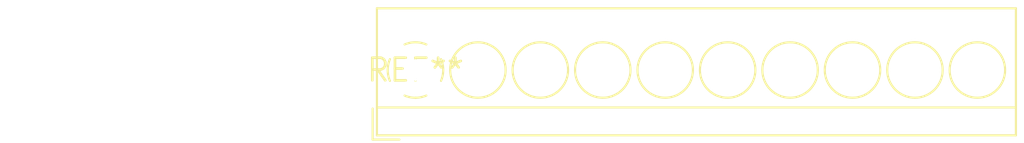
<source format=kicad_pcb>
(kicad_pcb (version 20240108) (generator pcbnew)
  (layers (0 "F.Cu" signal) (31 "B.Cu" signal) (34 "B.Paste" user) (35 "F.Paste" user) (36 "B.SilkS" user "B.Silkscreen") (37 "F.SilkS" user "F.Silkscreen") (38 "B.Mask" user) (39 "F.Mask" user) (44 "Edge.Cuts" user))
  (net 0 "")
  (footprint "TerminalBlock_4Ucon_1x10_P3.50mm_Horizontal" (layer "F.Cu") (at 0 0)
    (property "Reference" "REF**")
    (property "Value" "TerminalBlock_4Ucon_1x10_P3.50mm_Horizontal")
    (fp_line (start -2.4 2.16) (end -2.4 3.9) (layer "F.SilkS") (stroke (width 0.12)))
    (fp_line (start -2.4 3.9) (end -0.9 3.9) (layer "F.SilkS") (stroke (width 0.12)))
    (fp_line (start -2.16 -3.46) (end -2.16 3.66) (layer "F.SilkS") (stroke (width 0.12)))
    (fp_line (start -2.16 -3.46) (end 33.66 -3.46) (layer "F.SilkS") (stroke (width 0.12)))
    (fp_line (start -2.16 2.1) (end 33.66 2.1) (layer "F.SilkS") (stroke (width 0.12)))
    (fp_line (start -2.16 3.66) (end 33.66 3.66) (layer "F.SilkS") (stroke (width 0.12)))
    (fp_line (start 33.66 -3.46) (end 33.66 3.66) (layer "F.SilkS") (stroke (width 0.12)))
    (fp_arc (start -1.432109 0.607742) (mid -1.555727 -0.00014) (end -1.432 -0.608) (layer "F.SilkS") (stroke (width 0.12)))
    (fp_arc (start -0.607742 -1.432109) (mid 0.00014 -1.555727) (end 0.608 -1.432) (layer "F.SilkS") (stroke (width 0.12)))
    (fp_arc (start 0.027011 1.555493) (mid -0.296984 1.527118) (end -0.608 1.432) (layer "F.SilkS") (stroke (width 0.12)))
    (fp_arc (start 0.607587 1.431385) (mid 0.310017 1.523783) (end 0 1.555) (layer "F.SilkS") (stroke (width 0.12)))
    (fp_arc (start 1.432109 -0.607742) (mid 1.555727 0.00014) (end 1.432 0.608) (layer "F.SilkS") (stroke (width 0.12)))
    (fp_circle (center 3.5 0) (end 5.055 0) (layer "F.SilkS") (stroke (width 0.12)) (fill none))
    (fp_circle (center 7 0) (end 8.555 0) (layer "F.SilkS") (stroke (width 0.12)) (fill none))
    (fp_circle (center 10.5 0) (end 12.055 0) (layer "F.SilkS") (stroke (width 0.12)) (fill none))
    (fp_circle (center 14 0) (end 15.555 0) (layer "F.SilkS") (stroke (width 0.12)) (fill none))
    (fp_circle (center 17.5 0) (end 19.055 0) (layer "F.SilkS") (stroke (width 0.12)) (fill none))
    (fp_circle (center 21 0) (end 22.555 0) (layer "F.SilkS") (stroke (width 0.12)) (fill none))
    (fp_circle (center 24.5 0) (end 26.055 0) (layer "F.SilkS") (stroke (width 0.12)) (fill none))
    (fp_circle (center 28 0) (end 29.555 0) (layer "F.SilkS") (stroke (width 0.12)) (fill none))
    (fp_circle (center 31.5 0) (end 33.055 0) (layer "F.SilkS") (stroke (width 0.12)) (fill none))
    (pad "1" thru_hole rect (at 0 0) (size 2.4 2.4) (drill 1.2) (layers *.Cu *.Mask) (remove_unused_layers))
    (pad "2" thru_hole circle (at 3.5 0) (size 2.4 2.4) (drill 1.2) (layers *.Cu *.Mask) (remove_unused_layers))
    (pad "3" thru_hole circle (at 7 0) (size 2.4 2.4) (drill 1.2) (layers *.Cu *.Mask) (remove_unused_layers))
    (pad "4" thru_hole circle (at 10.5 0) (size 2.4 2.4) (drill 1.2) (layers *.Cu *.Mask) (remove_unused_layers))
    (pad "5" thru_hole circle (at 14 0) (size 2.4 2.4) (drill 1.2) (layers *.Cu *.Mask) (remove_unused_layers))
    (pad "6" thru_hole circle (at 17.5 0) (size 2.4 2.4) (drill 1.2) (layers *.Cu *.Mask) (remove_unused_layers))
    (pad "7" thru_hole circle (at 21 0) (size 2.4 2.4) (drill 1.2) (layers *.Cu *.Mask) (remove_unused_layers))
    (pad "8" thru_hole circle (at 24.5 0) (size 2.4 2.4) (drill 1.2) (layers *.Cu *.Mask) (remove_unused_layers))
    (pad "9" thru_hole circle (at 28 0) (size 2.4 2.4) (drill 1.2) (layers *.Cu *.Mask) (remove_unused_layers))
    (pad "10" thru_hole circle (at 31.5 0) (size 2.4 2.4) (drill 1.2) (layers *.Cu *.Mask) (remove_unused_layers))
  )
)
</source>
